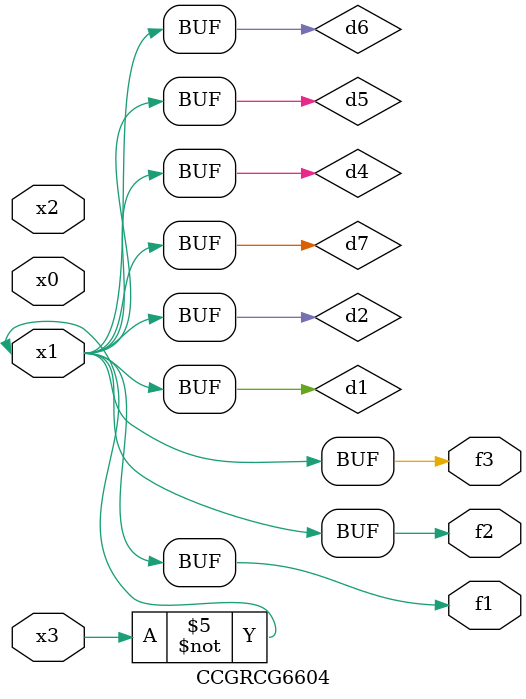
<source format=v>
module CCGRCG6604(
	input x0, x1, x2, x3,
	output f1, f2, f3
);

	wire d1, d2, d3, d4, d5, d6, d7;

	not (d1, x3);
	buf (d2, x1);
	xnor (d3, d1, d2);
	nor (d4, d1);
	buf (d5, d1, d2);
	buf (d6, d4, d5);
	nand (d7, d4);
	assign f1 = d6;
	assign f2 = d7;
	assign f3 = d6;
endmodule

</source>
